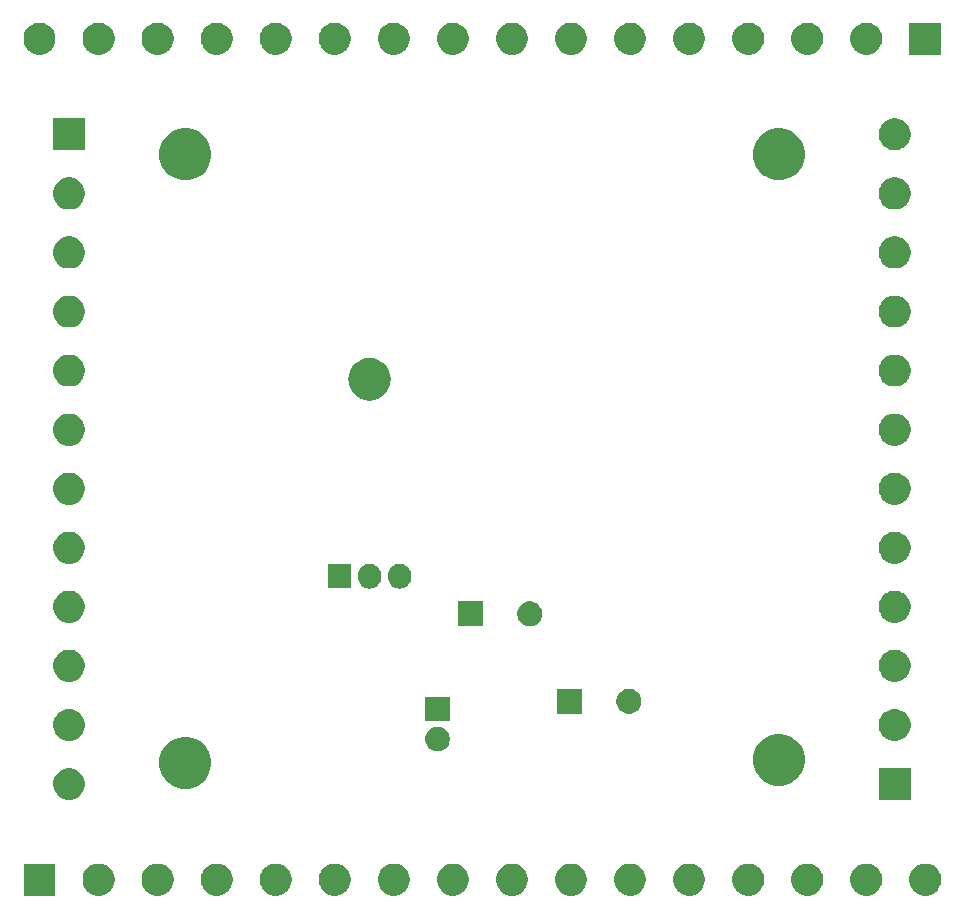
<source format=gbr>
G04 #@! TF.GenerationSoftware,KiCad,Pcbnew,5.1.4*
G04 #@! TF.CreationDate,2020-01-07T14:28:49-05:00*
G04 #@! TF.ProjectId,model-train-cdu,6d6f6465-6c2d-4747-9261-696e2d636475,rev?*
G04 #@! TF.SameCoordinates,Original*
G04 #@! TF.FileFunction,Soldermask,Bot*
G04 #@! TF.FilePolarity,Negative*
%FSLAX46Y46*%
G04 Gerber Fmt 4.6, Leading zero omitted, Abs format (unit mm)*
G04 Created by KiCad (PCBNEW 5.1.4) date 2020-01-07 14:28:49*
%MOMM*%
%LPD*%
G04 APERTURE LIST*
%ADD10C,0.100000*%
G04 APERTURE END LIST*
D10*
G36*
X114294072Y-17600918D02*
G01*
X114539939Y-17702759D01*
X114761212Y-17850610D01*
X114949390Y-18038788D01*
X115097241Y-18260061D01*
X115199082Y-18505928D01*
X115251000Y-18766938D01*
X115251000Y-19033062D01*
X115199082Y-19294072D01*
X115097241Y-19539939D01*
X114949390Y-19761212D01*
X114761212Y-19949390D01*
X114539939Y-20097241D01*
X114539938Y-20097242D01*
X114539937Y-20097242D01*
X114294072Y-20199082D01*
X114033063Y-20251000D01*
X113766937Y-20251000D01*
X113505928Y-20199082D01*
X113260063Y-20097242D01*
X113260062Y-20097242D01*
X113260061Y-20097241D01*
X113038788Y-19949390D01*
X112850610Y-19761212D01*
X112702759Y-19539939D01*
X112600918Y-19294072D01*
X112549000Y-19033062D01*
X112549000Y-18766938D01*
X112600918Y-18505928D01*
X112702759Y-18260061D01*
X112850610Y-18038788D01*
X113038788Y-17850610D01*
X113260061Y-17702759D01*
X113505928Y-17600918D01*
X113766937Y-17549000D01*
X114033063Y-17549000D01*
X114294072Y-17600918D01*
X114294072Y-17600918D01*
G37*
G36*
X119294072Y-17600918D02*
G01*
X119539939Y-17702759D01*
X119761212Y-17850610D01*
X119949390Y-18038788D01*
X120097241Y-18260061D01*
X120199082Y-18505928D01*
X120251000Y-18766938D01*
X120251000Y-19033062D01*
X120199082Y-19294072D01*
X120097241Y-19539939D01*
X119949390Y-19761212D01*
X119761212Y-19949390D01*
X119539939Y-20097241D01*
X119539938Y-20097242D01*
X119539937Y-20097242D01*
X119294072Y-20199082D01*
X119033063Y-20251000D01*
X118766937Y-20251000D01*
X118505928Y-20199082D01*
X118260063Y-20097242D01*
X118260062Y-20097242D01*
X118260061Y-20097241D01*
X118038788Y-19949390D01*
X117850610Y-19761212D01*
X117702759Y-19539939D01*
X117600918Y-19294072D01*
X117549000Y-19033062D01*
X117549000Y-18766938D01*
X117600918Y-18505928D01*
X117702759Y-18260061D01*
X117850610Y-18038788D01*
X118038788Y-17850610D01*
X118260061Y-17702759D01*
X118505928Y-17600918D01*
X118766937Y-17549000D01*
X119033063Y-17549000D01*
X119294072Y-17600918D01*
X119294072Y-17600918D01*
G37*
G36*
X54294072Y-17600918D02*
G01*
X54539939Y-17702759D01*
X54761212Y-17850610D01*
X54949390Y-18038788D01*
X55097241Y-18260061D01*
X55199082Y-18505928D01*
X55251000Y-18766938D01*
X55251000Y-19033062D01*
X55199082Y-19294072D01*
X55097241Y-19539939D01*
X54949390Y-19761212D01*
X54761212Y-19949390D01*
X54539939Y-20097241D01*
X54539938Y-20097242D01*
X54539937Y-20097242D01*
X54294072Y-20199082D01*
X54033063Y-20251000D01*
X53766937Y-20251000D01*
X53505928Y-20199082D01*
X53260063Y-20097242D01*
X53260062Y-20097242D01*
X53260061Y-20097241D01*
X53038788Y-19949390D01*
X52850610Y-19761212D01*
X52702759Y-19539939D01*
X52600918Y-19294072D01*
X52549000Y-19033062D01*
X52549000Y-18766938D01*
X52600918Y-18505928D01*
X52702759Y-18260061D01*
X52850610Y-18038788D01*
X53038788Y-17850610D01*
X53260061Y-17702759D01*
X53505928Y-17600918D01*
X53766937Y-17549000D01*
X54033063Y-17549000D01*
X54294072Y-17600918D01*
X54294072Y-17600918D01*
G37*
G36*
X49294072Y-17600918D02*
G01*
X49539939Y-17702759D01*
X49761212Y-17850610D01*
X49949390Y-18038788D01*
X50097241Y-18260061D01*
X50199082Y-18505928D01*
X50251000Y-18766938D01*
X50251000Y-19033062D01*
X50199082Y-19294072D01*
X50097241Y-19539939D01*
X49949390Y-19761212D01*
X49761212Y-19949390D01*
X49539939Y-20097241D01*
X49539938Y-20097242D01*
X49539937Y-20097242D01*
X49294072Y-20199082D01*
X49033063Y-20251000D01*
X48766937Y-20251000D01*
X48505928Y-20199082D01*
X48260063Y-20097242D01*
X48260062Y-20097242D01*
X48260061Y-20097241D01*
X48038788Y-19949390D01*
X47850610Y-19761212D01*
X47702759Y-19539939D01*
X47600918Y-19294072D01*
X47549000Y-19033062D01*
X47549000Y-18766938D01*
X47600918Y-18505928D01*
X47702759Y-18260061D01*
X47850610Y-18038788D01*
X48038788Y-17850610D01*
X48260061Y-17702759D01*
X48505928Y-17600918D01*
X48766937Y-17549000D01*
X49033063Y-17549000D01*
X49294072Y-17600918D01*
X49294072Y-17600918D01*
G37*
G36*
X45251000Y-20251000D02*
G01*
X42549000Y-20251000D01*
X42549000Y-17549000D01*
X45251000Y-17549000D01*
X45251000Y-20251000D01*
X45251000Y-20251000D01*
G37*
G36*
X59294072Y-17600918D02*
G01*
X59539939Y-17702759D01*
X59761212Y-17850610D01*
X59949390Y-18038788D01*
X60097241Y-18260061D01*
X60199082Y-18505928D01*
X60251000Y-18766938D01*
X60251000Y-19033062D01*
X60199082Y-19294072D01*
X60097241Y-19539939D01*
X59949390Y-19761212D01*
X59761212Y-19949390D01*
X59539939Y-20097241D01*
X59539938Y-20097242D01*
X59539937Y-20097242D01*
X59294072Y-20199082D01*
X59033063Y-20251000D01*
X58766937Y-20251000D01*
X58505928Y-20199082D01*
X58260063Y-20097242D01*
X58260062Y-20097242D01*
X58260061Y-20097241D01*
X58038788Y-19949390D01*
X57850610Y-19761212D01*
X57702759Y-19539939D01*
X57600918Y-19294072D01*
X57549000Y-19033062D01*
X57549000Y-18766938D01*
X57600918Y-18505928D01*
X57702759Y-18260061D01*
X57850610Y-18038788D01*
X58038788Y-17850610D01*
X58260061Y-17702759D01*
X58505928Y-17600918D01*
X58766937Y-17549000D01*
X59033063Y-17549000D01*
X59294072Y-17600918D01*
X59294072Y-17600918D01*
G37*
G36*
X64294072Y-17600918D02*
G01*
X64539939Y-17702759D01*
X64761212Y-17850610D01*
X64949390Y-18038788D01*
X65097241Y-18260061D01*
X65199082Y-18505928D01*
X65251000Y-18766938D01*
X65251000Y-19033062D01*
X65199082Y-19294072D01*
X65097241Y-19539939D01*
X64949390Y-19761212D01*
X64761212Y-19949390D01*
X64539939Y-20097241D01*
X64539938Y-20097242D01*
X64539937Y-20097242D01*
X64294072Y-20199082D01*
X64033063Y-20251000D01*
X63766937Y-20251000D01*
X63505928Y-20199082D01*
X63260063Y-20097242D01*
X63260062Y-20097242D01*
X63260061Y-20097241D01*
X63038788Y-19949390D01*
X62850610Y-19761212D01*
X62702759Y-19539939D01*
X62600918Y-19294072D01*
X62549000Y-19033062D01*
X62549000Y-18766938D01*
X62600918Y-18505928D01*
X62702759Y-18260061D01*
X62850610Y-18038788D01*
X63038788Y-17850610D01*
X63260061Y-17702759D01*
X63505928Y-17600918D01*
X63766937Y-17549000D01*
X64033063Y-17549000D01*
X64294072Y-17600918D01*
X64294072Y-17600918D01*
G37*
G36*
X69294072Y-17600918D02*
G01*
X69539939Y-17702759D01*
X69761212Y-17850610D01*
X69949390Y-18038788D01*
X70097241Y-18260061D01*
X70199082Y-18505928D01*
X70251000Y-18766938D01*
X70251000Y-19033062D01*
X70199082Y-19294072D01*
X70097241Y-19539939D01*
X69949390Y-19761212D01*
X69761212Y-19949390D01*
X69539939Y-20097241D01*
X69539938Y-20097242D01*
X69539937Y-20097242D01*
X69294072Y-20199082D01*
X69033063Y-20251000D01*
X68766937Y-20251000D01*
X68505928Y-20199082D01*
X68260063Y-20097242D01*
X68260062Y-20097242D01*
X68260061Y-20097241D01*
X68038788Y-19949390D01*
X67850610Y-19761212D01*
X67702759Y-19539939D01*
X67600918Y-19294072D01*
X67549000Y-19033062D01*
X67549000Y-18766938D01*
X67600918Y-18505928D01*
X67702759Y-18260061D01*
X67850610Y-18038788D01*
X68038788Y-17850610D01*
X68260061Y-17702759D01*
X68505928Y-17600918D01*
X68766937Y-17549000D01*
X69033063Y-17549000D01*
X69294072Y-17600918D01*
X69294072Y-17600918D01*
G37*
G36*
X74294072Y-17600918D02*
G01*
X74539939Y-17702759D01*
X74761212Y-17850610D01*
X74949390Y-18038788D01*
X75097241Y-18260061D01*
X75199082Y-18505928D01*
X75251000Y-18766938D01*
X75251000Y-19033062D01*
X75199082Y-19294072D01*
X75097241Y-19539939D01*
X74949390Y-19761212D01*
X74761212Y-19949390D01*
X74539939Y-20097241D01*
X74539938Y-20097242D01*
X74539937Y-20097242D01*
X74294072Y-20199082D01*
X74033063Y-20251000D01*
X73766937Y-20251000D01*
X73505928Y-20199082D01*
X73260063Y-20097242D01*
X73260062Y-20097242D01*
X73260061Y-20097241D01*
X73038788Y-19949390D01*
X72850610Y-19761212D01*
X72702759Y-19539939D01*
X72600918Y-19294072D01*
X72549000Y-19033062D01*
X72549000Y-18766938D01*
X72600918Y-18505928D01*
X72702759Y-18260061D01*
X72850610Y-18038788D01*
X73038788Y-17850610D01*
X73260061Y-17702759D01*
X73505928Y-17600918D01*
X73766937Y-17549000D01*
X74033063Y-17549000D01*
X74294072Y-17600918D01*
X74294072Y-17600918D01*
G37*
G36*
X84294072Y-17600918D02*
G01*
X84539939Y-17702759D01*
X84761212Y-17850610D01*
X84949390Y-18038788D01*
X85097241Y-18260061D01*
X85199082Y-18505928D01*
X85251000Y-18766938D01*
X85251000Y-19033062D01*
X85199082Y-19294072D01*
X85097241Y-19539939D01*
X84949390Y-19761212D01*
X84761212Y-19949390D01*
X84539939Y-20097241D01*
X84539938Y-20097242D01*
X84539937Y-20097242D01*
X84294072Y-20199082D01*
X84033063Y-20251000D01*
X83766937Y-20251000D01*
X83505928Y-20199082D01*
X83260063Y-20097242D01*
X83260062Y-20097242D01*
X83260061Y-20097241D01*
X83038788Y-19949390D01*
X82850610Y-19761212D01*
X82702759Y-19539939D01*
X82600918Y-19294072D01*
X82549000Y-19033062D01*
X82549000Y-18766938D01*
X82600918Y-18505928D01*
X82702759Y-18260061D01*
X82850610Y-18038788D01*
X83038788Y-17850610D01*
X83260061Y-17702759D01*
X83505928Y-17600918D01*
X83766937Y-17549000D01*
X84033063Y-17549000D01*
X84294072Y-17600918D01*
X84294072Y-17600918D01*
G37*
G36*
X89294072Y-17600918D02*
G01*
X89539939Y-17702759D01*
X89761212Y-17850610D01*
X89949390Y-18038788D01*
X90097241Y-18260061D01*
X90199082Y-18505928D01*
X90251000Y-18766938D01*
X90251000Y-19033062D01*
X90199082Y-19294072D01*
X90097241Y-19539939D01*
X89949390Y-19761212D01*
X89761212Y-19949390D01*
X89539939Y-20097241D01*
X89539938Y-20097242D01*
X89539937Y-20097242D01*
X89294072Y-20199082D01*
X89033063Y-20251000D01*
X88766937Y-20251000D01*
X88505928Y-20199082D01*
X88260063Y-20097242D01*
X88260062Y-20097242D01*
X88260061Y-20097241D01*
X88038788Y-19949390D01*
X87850610Y-19761212D01*
X87702759Y-19539939D01*
X87600918Y-19294072D01*
X87549000Y-19033062D01*
X87549000Y-18766938D01*
X87600918Y-18505928D01*
X87702759Y-18260061D01*
X87850610Y-18038788D01*
X88038788Y-17850610D01*
X88260061Y-17702759D01*
X88505928Y-17600918D01*
X88766937Y-17549000D01*
X89033063Y-17549000D01*
X89294072Y-17600918D01*
X89294072Y-17600918D01*
G37*
G36*
X94294072Y-17600918D02*
G01*
X94539939Y-17702759D01*
X94761212Y-17850610D01*
X94949390Y-18038788D01*
X95097241Y-18260061D01*
X95199082Y-18505928D01*
X95251000Y-18766938D01*
X95251000Y-19033062D01*
X95199082Y-19294072D01*
X95097241Y-19539939D01*
X94949390Y-19761212D01*
X94761212Y-19949390D01*
X94539939Y-20097241D01*
X94539938Y-20097242D01*
X94539937Y-20097242D01*
X94294072Y-20199082D01*
X94033063Y-20251000D01*
X93766937Y-20251000D01*
X93505928Y-20199082D01*
X93260063Y-20097242D01*
X93260062Y-20097242D01*
X93260061Y-20097241D01*
X93038788Y-19949390D01*
X92850610Y-19761212D01*
X92702759Y-19539939D01*
X92600918Y-19294072D01*
X92549000Y-19033062D01*
X92549000Y-18766938D01*
X92600918Y-18505928D01*
X92702759Y-18260061D01*
X92850610Y-18038788D01*
X93038788Y-17850610D01*
X93260061Y-17702759D01*
X93505928Y-17600918D01*
X93766937Y-17549000D01*
X94033063Y-17549000D01*
X94294072Y-17600918D01*
X94294072Y-17600918D01*
G37*
G36*
X99294072Y-17600918D02*
G01*
X99539939Y-17702759D01*
X99761212Y-17850610D01*
X99949390Y-18038788D01*
X100097241Y-18260061D01*
X100199082Y-18505928D01*
X100251000Y-18766938D01*
X100251000Y-19033062D01*
X100199082Y-19294072D01*
X100097241Y-19539939D01*
X99949390Y-19761212D01*
X99761212Y-19949390D01*
X99539939Y-20097241D01*
X99539938Y-20097242D01*
X99539937Y-20097242D01*
X99294072Y-20199082D01*
X99033063Y-20251000D01*
X98766937Y-20251000D01*
X98505928Y-20199082D01*
X98260063Y-20097242D01*
X98260062Y-20097242D01*
X98260061Y-20097241D01*
X98038788Y-19949390D01*
X97850610Y-19761212D01*
X97702759Y-19539939D01*
X97600918Y-19294072D01*
X97549000Y-19033062D01*
X97549000Y-18766938D01*
X97600918Y-18505928D01*
X97702759Y-18260061D01*
X97850610Y-18038788D01*
X98038788Y-17850610D01*
X98260061Y-17702759D01*
X98505928Y-17600918D01*
X98766937Y-17549000D01*
X99033063Y-17549000D01*
X99294072Y-17600918D01*
X99294072Y-17600918D01*
G37*
G36*
X104294072Y-17600918D02*
G01*
X104539939Y-17702759D01*
X104761212Y-17850610D01*
X104949390Y-18038788D01*
X105097241Y-18260061D01*
X105199082Y-18505928D01*
X105251000Y-18766938D01*
X105251000Y-19033062D01*
X105199082Y-19294072D01*
X105097241Y-19539939D01*
X104949390Y-19761212D01*
X104761212Y-19949390D01*
X104539939Y-20097241D01*
X104539938Y-20097242D01*
X104539937Y-20097242D01*
X104294072Y-20199082D01*
X104033063Y-20251000D01*
X103766937Y-20251000D01*
X103505928Y-20199082D01*
X103260063Y-20097242D01*
X103260062Y-20097242D01*
X103260061Y-20097241D01*
X103038788Y-19949390D01*
X102850610Y-19761212D01*
X102702759Y-19539939D01*
X102600918Y-19294072D01*
X102549000Y-19033062D01*
X102549000Y-18766938D01*
X102600918Y-18505928D01*
X102702759Y-18260061D01*
X102850610Y-18038788D01*
X103038788Y-17850610D01*
X103260061Y-17702759D01*
X103505928Y-17600918D01*
X103766937Y-17549000D01*
X104033063Y-17549000D01*
X104294072Y-17600918D01*
X104294072Y-17600918D01*
G37*
G36*
X109294072Y-17600918D02*
G01*
X109539939Y-17702759D01*
X109761212Y-17850610D01*
X109949390Y-18038788D01*
X110097241Y-18260061D01*
X110199082Y-18505928D01*
X110251000Y-18766938D01*
X110251000Y-19033062D01*
X110199082Y-19294072D01*
X110097241Y-19539939D01*
X109949390Y-19761212D01*
X109761212Y-19949390D01*
X109539939Y-20097241D01*
X109539938Y-20097242D01*
X109539937Y-20097242D01*
X109294072Y-20199082D01*
X109033063Y-20251000D01*
X108766937Y-20251000D01*
X108505928Y-20199082D01*
X108260063Y-20097242D01*
X108260062Y-20097242D01*
X108260061Y-20097241D01*
X108038788Y-19949390D01*
X107850610Y-19761212D01*
X107702759Y-19539939D01*
X107600918Y-19294072D01*
X107549000Y-19033062D01*
X107549000Y-18766938D01*
X107600918Y-18505928D01*
X107702759Y-18260061D01*
X107850610Y-18038788D01*
X108038788Y-17850610D01*
X108260061Y-17702759D01*
X108505928Y-17600918D01*
X108766937Y-17549000D01*
X109033063Y-17549000D01*
X109294072Y-17600918D01*
X109294072Y-17600918D01*
G37*
G36*
X79294072Y-17600918D02*
G01*
X79539939Y-17702759D01*
X79761212Y-17850610D01*
X79949390Y-18038788D01*
X80097241Y-18260061D01*
X80199082Y-18505928D01*
X80251000Y-18766938D01*
X80251000Y-19033062D01*
X80199082Y-19294072D01*
X80097241Y-19539939D01*
X79949390Y-19761212D01*
X79761212Y-19949390D01*
X79539939Y-20097241D01*
X79539938Y-20097242D01*
X79539937Y-20097242D01*
X79294072Y-20199082D01*
X79033063Y-20251000D01*
X78766937Y-20251000D01*
X78505928Y-20199082D01*
X78260063Y-20097242D01*
X78260062Y-20097242D01*
X78260061Y-20097241D01*
X78038788Y-19949390D01*
X77850610Y-19761212D01*
X77702759Y-19539939D01*
X77600918Y-19294072D01*
X77549000Y-19033062D01*
X77549000Y-18766938D01*
X77600918Y-18505928D01*
X77702759Y-18260061D01*
X77850610Y-18038788D01*
X78038788Y-17850610D01*
X78260061Y-17702759D01*
X78505928Y-17600918D01*
X78766937Y-17549000D01*
X79033063Y-17549000D01*
X79294072Y-17600918D01*
X79294072Y-17600918D01*
G37*
G36*
X117651000Y-12151000D02*
G01*
X114949000Y-12151000D01*
X114949000Y-9449000D01*
X117651000Y-9449000D01*
X117651000Y-12151000D01*
X117651000Y-12151000D01*
G37*
G36*
X46794072Y-9500918D02*
G01*
X47039939Y-9602759D01*
X47261212Y-9750610D01*
X47449390Y-9938788D01*
X47597241Y-10160061D01*
X47699082Y-10405928D01*
X47751000Y-10666938D01*
X47751000Y-10933062D01*
X47699082Y-11194072D01*
X47597241Y-11439939D01*
X47449390Y-11661212D01*
X47261212Y-11849390D01*
X47039939Y-11997241D01*
X47039938Y-11997242D01*
X47039937Y-11997242D01*
X46794072Y-12099082D01*
X46533063Y-12151000D01*
X46266937Y-12151000D01*
X46005928Y-12099082D01*
X45760063Y-11997242D01*
X45760062Y-11997242D01*
X45760061Y-11997241D01*
X45538788Y-11849390D01*
X45350610Y-11661212D01*
X45202759Y-11439939D01*
X45100918Y-11194072D01*
X45049000Y-10933062D01*
X45049000Y-10666938D01*
X45100918Y-10405928D01*
X45202759Y-10160061D01*
X45350610Y-9938788D01*
X45538788Y-9750610D01*
X45760061Y-9602759D01*
X46005928Y-9500918D01*
X46266937Y-9449000D01*
X46533063Y-9449000D01*
X46794072Y-9500918D01*
X46794072Y-9500918D01*
G37*
G36*
X56892007Y-6883582D02*
G01*
X57292563Y-7049498D01*
X57292565Y-7049499D01*
X57653056Y-7290371D01*
X57959629Y-7596944D01*
X58106241Y-7816365D01*
X58200502Y-7957437D01*
X58366418Y-8357993D01*
X58451000Y-8783219D01*
X58451000Y-9216781D01*
X58366418Y-9642007D01*
X58200502Y-10042563D01*
X58200501Y-10042565D01*
X57959629Y-10403056D01*
X57653056Y-10709629D01*
X57292565Y-10950501D01*
X57292564Y-10950502D01*
X57292563Y-10950502D01*
X56892007Y-11116418D01*
X56466781Y-11201000D01*
X56033219Y-11201000D01*
X55607993Y-11116418D01*
X55207437Y-10950502D01*
X55207436Y-10950502D01*
X55207435Y-10950501D01*
X54846944Y-10709629D01*
X54540371Y-10403056D01*
X54299499Y-10042565D01*
X54299498Y-10042563D01*
X54133582Y-9642007D01*
X54049000Y-9216781D01*
X54049000Y-8783219D01*
X54133582Y-8357993D01*
X54299498Y-7957437D01*
X54393759Y-7816365D01*
X54540371Y-7596944D01*
X54846944Y-7290371D01*
X55207435Y-7049499D01*
X55207437Y-7049498D01*
X55607993Y-6883582D01*
X56033219Y-6799000D01*
X56466781Y-6799000D01*
X56892007Y-6883582D01*
X56892007Y-6883582D01*
G37*
G36*
X107142007Y-6633582D02*
G01*
X107542563Y-6799498D01*
X107542565Y-6799499D01*
X107903056Y-7040371D01*
X108209629Y-7346944D01*
X108450501Y-7707435D01*
X108450502Y-7707437D01*
X108616418Y-8107993D01*
X108701000Y-8533219D01*
X108701000Y-8966781D01*
X108616418Y-9392007D01*
X108450502Y-9792563D01*
X108450501Y-9792565D01*
X108209629Y-10153056D01*
X107903056Y-10459629D01*
X107542565Y-10700501D01*
X107542564Y-10700502D01*
X107542563Y-10700502D01*
X107142007Y-10866418D01*
X106716781Y-10951000D01*
X106283219Y-10951000D01*
X105857993Y-10866418D01*
X105457437Y-10700502D01*
X105457436Y-10700502D01*
X105457435Y-10700501D01*
X105096944Y-10459629D01*
X104790371Y-10153056D01*
X104549499Y-9792565D01*
X104549498Y-9792563D01*
X104383582Y-9392007D01*
X104299000Y-8966781D01*
X104299000Y-8533219D01*
X104383582Y-8107993D01*
X104549498Y-7707437D01*
X104549499Y-7707435D01*
X104790371Y-7346944D01*
X105096944Y-7040371D01*
X105457435Y-6799499D01*
X105457437Y-6799498D01*
X105857993Y-6633582D01*
X106283219Y-6549000D01*
X106716781Y-6549000D01*
X107142007Y-6633582D01*
X107142007Y-6633582D01*
G37*
G36*
X77906564Y-5989389D02*
G01*
X78097833Y-6068615D01*
X78097835Y-6068616D01*
X78269973Y-6183635D01*
X78416365Y-6330027D01*
X78489805Y-6439937D01*
X78531385Y-6502167D01*
X78610611Y-6693436D01*
X78651000Y-6896484D01*
X78651000Y-7103516D01*
X78610611Y-7306564D01*
X78531385Y-7497833D01*
X78531384Y-7497835D01*
X78416365Y-7669973D01*
X78269973Y-7816365D01*
X78097835Y-7931384D01*
X78097834Y-7931385D01*
X78097833Y-7931385D01*
X77906564Y-8010611D01*
X77703516Y-8051000D01*
X77496484Y-8051000D01*
X77293436Y-8010611D01*
X77102167Y-7931385D01*
X77102166Y-7931385D01*
X77102165Y-7931384D01*
X76930027Y-7816365D01*
X76783635Y-7669973D01*
X76668616Y-7497835D01*
X76668615Y-7497833D01*
X76589389Y-7306564D01*
X76549000Y-7103516D01*
X76549000Y-6896484D01*
X76589389Y-6693436D01*
X76668615Y-6502167D01*
X76710196Y-6439937D01*
X76783635Y-6330027D01*
X76930027Y-6183635D01*
X77102165Y-6068616D01*
X77102167Y-6068615D01*
X77293436Y-5989389D01*
X77496484Y-5949000D01*
X77703516Y-5949000D01*
X77906564Y-5989389D01*
X77906564Y-5989389D01*
G37*
G36*
X116538501Y-4469973D02*
G01*
X116694072Y-4500918D01*
X116939939Y-4602759D01*
X117051328Y-4677187D01*
X117132439Y-4731384D01*
X117161212Y-4750610D01*
X117349390Y-4938788D01*
X117497241Y-5160061D01*
X117599082Y-5405928D01*
X117651000Y-5666938D01*
X117651000Y-5933062D01*
X117599082Y-6194072D01*
X117497241Y-6439939D01*
X117455661Y-6502167D01*
X117349391Y-6661211D01*
X117161211Y-6849391D01*
X117051328Y-6922813D01*
X116939939Y-6997241D01*
X116939938Y-6997242D01*
X116939937Y-6997242D01*
X116694072Y-7099082D01*
X116433063Y-7151000D01*
X116166937Y-7151000D01*
X115905928Y-7099082D01*
X115660063Y-6997242D01*
X115660062Y-6997242D01*
X115660061Y-6997241D01*
X115548672Y-6922813D01*
X115438789Y-6849391D01*
X115250609Y-6661211D01*
X115144339Y-6502167D01*
X115102759Y-6439939D01*
X115000918Y-6194072D01*
X114949000Y-5933062D01*
X114949000Y-5666938D01*
X115000918Y-5405928D01*
X115102759Y-5160061D01*
X115250610Y-4938788D01*
X115438788Y-4750610D01*
X115467562Y-4731384D01*
X115548672Y-4677187D01*
X115660061Y-4602759D01*
X115905928Y-4500918D01*
X116061499Y-4469973D01*
X116166937Y-4449000D01*
X116433063Y-4449000D01*
X116538501Y-4469973D01*
X116538501Y-4469973D01*
G37*
G36*
X46638501Y-4469973D02*
G01*
X46794072Y-4500918D01*
X47039939Y-4602759D01*
X47151328Y-4677187D01*
X47232439Y-4731384D01*
X47261212Y-4750610D01*
X47449390Y-4938788D01*
X47597241Y-5160061D01*
X47699082Y-5405928D01*
X47751000Y-5666938D01*
X47751000Y-5933062D01*
X47699082Y-6194072D01*
X47597241Y-6439939D01*
X47555661Y-6502167D01*
X47449391Y-6661211D01*
X47261211Y-6849391D01*
X47151328Y-6922813D01*
X47039939Y-6997241D01*
X47039938Y-6997242D01*
X47039937Y-6997242D01*
X46794072Y-7099082D01*
X46533063Y-7151000D01*
X46266937Y-7151000D01*
X46005928Y-7099082D01*
X45760063Y-6997242D01*
X45760062Y-6997242D01*
X45760061Y-6997241D01*
X45648672Y-6922813D01*
X45538789Y-6849391D01*
X45350609Y-6661211D01*
X45244339Y-6502167D01*
X45202759Y-6439939D01*
X45100918Y-6194072D01*
X45049000Y-5933062D01*
X45049000Y-5666938D01*
X45100918Y-5405928D01*
X45202759Y-5160061D01*
X45350610Y-4938788D01*
X45538788Y-4750610D01*
X45567562Y-4731384D01*
X45648672Y-4677187D01*
X45760061Y-4602759D01*
X46005928Y-4500918D01*
X46161499Y-4469973D01*
X46266937Y-4449000D01*
X46533063Y-4449000D01*
X46638501Y-4469973D01*
X46638501Y-4469973D01*
G37*
G36*
X78651000Y-5511000D02*
G01*
X76549000Y-5511000D01*
X76549000Y-3409000D01*
X78651000Y-3409000D01*
X78651000Y-5511000D01*
X78651000Y-5511000D01*
G37*
G36*
X94106564Y-2789389D02*
G01*
X94297833Y-2868615D01*
X94297835Y-2868616D01*
X94469973Y-2983635D01*
X94616365Y-3130027D01*
X94731385Y-3302167D01*
X94810611Y-3493436D01*
X94851000Y-3696484D01*
X94851000Y-3903516D01*
X94810611Y-4106564D01*
X94731385Y-4297833D01*
X94731384Y-4297835D01*
X94616365Y-4469973D01*
X94469973Y-4616365D01*
X94297835Y-4731384D01*
X94297834Y-4731385D01*
X94297833Y-4731385D01*
X94106564Y-4810611D01*
X93903516Y-4851000D01*
X93696484Y-4851000D01*
X93493436Y-4810611D01*
X93302167Y-4731385D01*
X93302166Y-4731385D01*
X93302165Y-4731384D01*
X93130027Y-4616365D01*
X92983635Y-4469973D01*
X92868616Y-4297835D01*
X92868615Y-4297833D01*
X92789389Y-4106564D01*
X92749000Y-3903516D01*
X92749000Y-3696484D01*
X92789389Y-3493436D01*
X92868615Y-3302167D01*
X92983635Y-3130027D01*
X93130027Y-2983635D01*
X93302165Y-2868616D01*
X93302167Y-2868615D01*
X93493436Y-2789389D01*
X93696484Y-2749000D01*
X93903516Y-2749000D01*
X94106564Y-2789389D01*
X94106564Y-2789389D01*
G37*
G36*
X89851000Y-4851000D02*
G01*
X87749000Y-4851000D01*
X87749000Y-2749000D01*
X89851000Y-2749000D01*
X89851000Y-4851000D01*
X89851000Y-4851000D01*
G37*
G36*
X116694072Y499082D02*
G01*
X116939939Y397241D01*
X117161212Y249390D01*
X117349390Y61212D01*
X117497241Y-160061D01*
X117599082Y-405928D01*
X117651000Y-666938D01*
X117651000Y-933062D01*
X117599082Y-1194072D01*
X117497241Y-1439939D01*
X117349390Y-1661212D01*
X117161212Y-1849390D01*
X116939939Y-1997241D01*
X116939938Y-1997242D01*
X116939937Y-1997242D01*
X116694072Y-2099082D01*
X116433063Y-2151000D01*
X116166937Y-2151000D01*
X115905928Y-2099082D01*
X115660063Y-1997242D01*
X115660062Y-1997242D01*
X115660061Y-1997241D01*
X115438788Y-1849390D01*
X115250610Y-1661212D01*
X115102759Y-1439939D01*
X115000918Y-1194072D01*
X114949000Y-933062D01*
X114949000Y-666938D01*
X115000918Y-405928D01*
X115102759Y-160061D01*
X115250610Y61212D01*
X115438788Y249390D01*
X115660061Y397241D01*
X115905928Y499082D01*
X116166937Y551000D01*
X116433063Y551000D01*
X116694072Y499082D01*
X116694072Y499082D01*
G37*
G36*
X46794072Y499082D02*
G01*
X47039939Y397241D01*
X47261212Y249390D01*
X47449390Y61212D01*
X47597241Y-160061D01*
X47699082Y-405928D01*
X47751000Y-666938D01*
X47751000Y-933062D01*
X47699082Y-1194072D01*
X47597241Y-1439939D01*
X47449390Y-1661212D01*
X47261212Y-1849390D01*
X47039939Y-1997241D01*
X47039938Y-1997242D01*
X47039937Y-1997242D01*
X46794072Y-2099082D01*
X46533063Y-2151000D01*
X46266937Y-2151000D01*
X46005928Y-2099082D01*
X45760063Y-1997242D01*
X45760062Y-1997242D01*
X45760061Y-1997241D01*
X45538788Y-1849390D01*
X45350610Y-1661212D01*
X45202759Y-1439939D01*
X45100918Y-1194072D01*
X45049000Y-933062D01*
X45049000Y-666938D01*
X45100918Y-405928D01*
X45202759Y-160061D01*
X45350610Y61212D01*
X45538788Y249390D01*
X45760061Y397241D01*
X46005928Y499082D01*
X46266937Y551000D01*
X46533063Y551000D01*
X46794072Y499082D01*
X46794072Y499082D01*
G37*
G36*
X85706564Y4610611D02*
G01*
X85897833Y4531385D01*
X85897835Y4531384D01*
X86069973Y4416365D01*
X86216365Y4269973D01*
X86331385Y4097833D01*
X86410611Y3906564D01*
X86451000Y3703516D01*
X86451000Y3496484D01*
X86410611Y3293436D01*
X86351450Y3150609D01*
X86331384Y3102165D01*
X86216365Y2930027D01*
X86069973Y2783635D01*
X85897835Y2668616D01*
X85897834Y2668615D01*
X85897833Y2668615D01*
X85706564Y2589389D01*
X85503516Y2549000D01*
X85296484Y2549000D01*
X85093436Y2589389D01*
X84902167Y2668615D01*
X84902166Y2668615D01*
X84902165Y2668616D01*
X84730027Y2783635D01*
X84583635Y2930027D01*
X84468616Y3102165D01*
X84448550Y3150609D01*
X84389389Y3293436D01*
X84349000Y3496484D01*
X84349000Y3703516D01*
X84389389Y3906564D01*
X84468615Y4097833D01*
X84583635Y4269973D01*
X84730027Y4416365D01*
X84902165Y4531384D01*
X84902167Y4531385D01*
X85093436Y4610611D01*
X85296484Y4651000D01*
X85503516Y4651000D01*
X85706564Y4610611D01*
X85706564Y4610611D01*
G37*
G36*
X81451000Y2549000D02*
G01*
X79349000Y2549000D01*
X79349000Y4651000D01*
X81451000Y4651000D01*
X81451000Y2549000D01*
X81451000Y2549000D01*
G37*
G36*
X116694072Y5499082D02*
G01*
X116939939Y5397241D01*
X117051328Y5322813D01*
X117161211Y5249391D01*
X117349391Y5061211D01*
X117497242Y4839937D01*
X117599082Y4594072D01*
X117651000Y4333063D01*
X117651000Y4066937D01*
X117599082Y3805928D01*
X117497242Y3560063D01*
X117349391Y3338789D01*
X117161211Y3150609D01*
X117051328Y3077187D01*
X116939939Y3002759D01*
X116939938Y3002758D01*
X116939937Y3002758D01*
X116694072Y2900918D01*
X116433063Y2849000D01*
X116166937Y2849000D01*
X115905928Y2900918D01*
X115660063Y3002758D01*
X115660062Y3002758D01*
X115660061Y3002759D01*
X115548672Y3077187D01*
X115438789Y3150609D01*
X115250609Y3338789D01*
X115102758Y3560063D01*
X115000918Y3805928D01*
X114949000Y4066937D01*
X114949000Y4333063D01*
X115000918Y4594072D01*
X115102758Y4839937D01*
X115250609Y5061211D01*
X115438789Y5249391D01*
X115548672Y5322813D01*
X115660061Y5397241D01*
X115905928Y5499082D01*
X116166937Y5551000D01*
X116433063Y5551000D01*
X116694072Y5499082D01*
X116694072Y5499082D01*
G37*
G36*
X46794072Y5499082D02*
G01*
X47039939Y5397241D01*
X47151328Y5322813D01*
X47261211Y5249391D01*
X47449391Y5061211D01*
X47597242Y4839937D01*
X47699082Y4594072D01*
X47751000Y4333063D01*
X47751000Y4066937D01*
X47699082Y3805928D01*
X47597242Y3560063D01*
X47449391Y3338789D01*
X47261211Y3150609D01*
X47151328Y3077187D01*
X47039939Y3002759D01*
X47039938Y3002758D01*
X47039937Y3002758D01*
X46794072Y2900918D01*
X46533063Y2849000D01*
X46266937Y2849000D01*
X46005928Y2900918D01*
X45760063Y3002758D01*
X45760062Y3002758D01*
X45760061Y3002759D01*
X45648672Y3077187D01*
X45538789Y3150609D01*
X45350609Y3338789D01*
X45202758Y3560063D01*
X45100918Y3805928D01*
X45049000Y4066937D01*
X45049000Y4333063D01*
X45100918Y4594072D01*
X45202758Y4839937D01*
X45350609Y5061211D01*
X45538789Y5249391D01*
X45648672Y5322813D01*
X45760061Y5397241D01*
X46005928Y5499082D01*
X46266937Y5551000D01*
X46533063Y5551000D01*
X46794072Y5499082D01*
X46794072Y5499082D01*
G37*
G36*
X72036719Y7836480D02*
G01*
X72225880Y7779099D01*
X72225883Y7779098D01*
X72318333Y7729682D01*
X72400212Y7685917D01*
X72553015Y7560515D01*
X72678417Y7407712D01*
X72771599Y7233381D01*
X72828980Y7044220D01*
X72843500Y6896794D01*
X72843500Y6703207D01*
X72828980Y6555781D01*
X72771599Y6366620D01*
X72771598Y6366617D01*
X72722182Y6274167D01*
X72678417Y6192288D01*
X72553015Y6039485D01*
X72400212Y5914083D01*
X72225881Y5820901D01*
X72036720Y5763520D01*
X71840000Y5744145D01*
X71643281Y5763520D01*
X71454120Y5820901D01*
X71279788Y5914083D01*
X71126985Y6039485D01*
X71001583Y6192288D01*
X70908401Y6366619D01*
X70851020Y6555780D01*
X70836500Y6703206D01*
X70836500Y6896793D01*
X70851020Y7044219D01*
X70908401Y7233380D01*
X70908402Y7233383D01*
X70957818Y7325833D01*
X71001583Y7407712D01*
X71126985Y7560515D01*
X71279788Y7685917D01*
X71454119Y7779099D01*
X71643280Y7836480D01*
X71840000Y7855855D01*
X72036719Y7836480D01*
X72036719Y7836480D01*
G37*
G36*
X74576719Y7836480D02*
G01*
X74765880Y7779099D01*
X74765883Y7779098D01*
X74858333Y7729682D01*
X74940212Y7685917D01*
X75093015Y7560515D01*
X75218417Y7407712D01*
X75311599Y7233381D01*
X75368980Y7044220D01*
X75383500Y6896794D01*
X75383500Y6703207D01*
X75368980Y6555781D01*
X75311599Y6366620D01*
X75311598Y6366617D01*
X75262182Y6274167D01*
X75218417Y6192288D01*
X75093015Y6039485D01*
X74940212Y5914083D01*
X74765881Y5820901D01*
X74576720Y5763520D01*
X74380000Y5744145D01*
X74183281Y5763520D01*
X73994120Y5820901D01*
X73819788Y5914083D01*
X73666985Y6039485D01*
X73541583Y6192288D01*
X73448401Y6366619D01*
X73391020Y6555780D01*
X73376500Y6703206D01*
X73376500Y6896793D01*
X73391020Y7044219D01*
X73448401Y7233380D01*
X73448402Y7233383D01*
X73497818Y7325833D01*
X73541583Y7407712D01*
X73666985Y7560515D01*
X73819788Y7685917D01*
X73994119Y7779099D01*
X74183280Y7836480D01*
X74380000Y7855855D01*
X74576719Y7836480D01*
X74576719Y7836480D01*
G37*
G36*
X70303500Y5749000D02*
G01*
X68296500Y5749000D01*
X68296500Y7851000D01*
X70303500Y7851000D01*
X70303500Y5749000D01*
X70303500Y5749000D01*
G37*
G36*
X46794072Y10499082D02*
G01*
X47039939Y10397241D01*
X47261212Y10249390D01*
X47449390Y10061212D01*
X47597241Y9839939D01*
X47699082Y9594072D01*
X47751000Y9333062D01*
X47751000Y9066938D01*
X47699082Y8805928D01*
X47597241Y8560061D01*
X47449390Y8338788D01*
X47261212Y8150610D01*
X47039939Y8002759D01*
X47039938Y8002758D01*
X47039937Y8002758D01*
X46794072Y7900918D01*
X46533063Y7849000D01*
X46266937Y7849000D01*
X46005928Y7900918D01*
X45760063Y8002758D01*
X45760062Y8002758D01*
X45760061Y8002759D01*
X45538788Y8150610D01*
X45350610Y8338788D01*
X45202759Y8560061D01*
X45100918Y8805928D01*
X45049000Y9066938D01*
X45049000Y9333062D01*
X45100918Y9594072D01*
X45202759Y9839939D01*
X45350610Y10061212D01*
X45538788Y10249390D01*
X45760061Y10397241D01*
X46005928Y10499082D01*
X46266937Y10551000D01*
X46533063Y10551000D01*
X46794072Y10499082D01*
X46794072Y10499082D01*
G37*
G36*
X116694072Y10499082D02*
G01*
X116939939Y10397241D01*
X117161212Y10249390D01*
X117349390Y10061212D01*
X117497241Y9839939D01*
X117599082Y9594072D01*
X117651000Y9333062D01*
X117651000Y9066938D01*
X117599082Y8805928D01*
X117497241Y8560061D01*
X117349390Y8338788D01*
X117161212Y8150610D01*
X116939939Y8002759D01*
X116939938Y8002758D01*
X116939937Y8002758D01*
X116694072Y7900918D01*
X116433063Y7849000D01*
X116166937Y7849000D01*
X115905928Y7900918D01*
X115660063Y8002758D01*
X115660062Y8002758D01*
X115660061Y8002759D01*
X115438788Y8150610D01*
X115250610Y8338788D01*
X115102759Y8560061D01*
X115000918Y8805928D01*
X114949000Y9066938D01*
X114949000Y9333062D01*
X115000918Y9594072D01*
X115102759Y9839939D01*
X115250610Y10061212D01*
X115438788Y10249390D01*
X115660061Y10397241D01*
X115905928Y10499082D01*
X116166937Y10551000D01*
X116433063Y10551000D01*
X116694072Y10499082D01*
X116694072Y10499082D01*
G37*
G36*
X116694072Y15499082D02*
G01*
X116939939Y15397241D01*
X117161212Y15249390D01*
X117349390Y15061212D01*
X117497241Y14839939D01*
X117599082Y14594072D01*
X117651000Y14333062D01*
X117651000Y14066938D01*
X117599082Y13805928D01*
X117497241Y13560061D01*
X117349390Y13338788D01*
X117161212Y13150610D01*
X116939939Y13002759D01*
X116939938Y13002758D01*
X116939937Y13002758D01*
X116694072Y12900918D01*
X116433063Y12849000D01*
X116166937Y12849000D01*
X115905928Y12900918D01*
X115660063Y13002758D01*
X115660062Y13002758D01*
X115660061Y13002759D01*
X115438788Y13150610D01*
X115250610Y13338788D01*
X115102759Y13560061D01*
X115000918Y13805928D01*
X114949000Y14066938D01*
X114949000Y14333062D01*
X115000918Y14594072D01*
X115102759Y14839939D01*
X115250610Y15061212D01*
X115438788Y15249390D01*
X115660061Y15397241D01*
X115905928Y15499082D01*
X116166937Y15551000D01*
X116433063Y15551000D01*
X116694072Y15499082D01*
X116694072Y15499082D01*
G37*
G36*
X46794072Y15499082D02*
G01*
X47039939Y15397241D01*
X47261212Y15249390D01*
X47449390Y15061212D01*
X47597241Y14839939D01*
X47699082Y14594072D01*
X47751000Y14333062D01*
X47751000Y14066938D01*
X47699082Y13805928D01*
X47597241Y13560061D01*
X47449390Y13338788D01*
X47261212Y13150610D01*
X47039939Y13002759D01*
X47039938Y13002758D01*
X47039937Y13002758D01*
X46794072Y12900918D01*
X46533063Y12849000D01*
X46266937Y12849000D01*
X46005928Y12900918D01*
X45760063Y13002758D01*
X45760062Y13002758D01*
X45760061Y13002759D01*
X45538788Y13150610D01*
X45350610Y13338788D01*
X45202759Y13560061D01*
X45100918Y13805928D01*
X45049000Y14066938D01*
X45049000Y14333062D01*
X45100918Y14594072D01*
X45202759Y14839939D01*
X45350610Y15061212D01*
X45538788Y15249390D01*
X45760061Y15397241D01*
X46005928Y15499082D01*
X46266937Y15551000D01*
X46533063Y15551000D01*
X46794072Y15499082D01*
X46794072Y15499082D01*
G37*
G36*
X116694072Y20499082D02*
G01*
X116939939Y20397241D01*
X117161212Y20249390D01*
X117349390Y20061212D01*
X117497241Y19839939D01*
X117599082Y19594072D01*
X117651000Y19333062D01*
X117651000Y19066938D01*
X117599082Y18805928D01*
X117497241Y18560061D01*
X117349390Y18338788D01*
X117161212Y18150610D01*
X116939939Y18002759D01*
X116939938Y18002758D01*
X116939937Y18002758D01*
X116694072Y17900918D01*
X116433063Y17849000D01*
X116166937Y17849000D01*
X115905928Y17900918D01*
X115660063Y18002758D01*
X115660062Y18002758D01*
X115660061Y18002759D01*
X115438788Y18150610D01*
X115250610Y18338788D01*
X115102759Y18560061D01*
X115000918Y18805928D01*
X114949000Y19066938D01*
X114949000Y19333062D01*
X115000918Y19594072D01*
X115102759Y19839939D01*
X115250610Y20061212D01*
X115438788Y20249390D01*
X115660061Y20397241D01*
X115905928Y20499082D01*
X116166937Y20551000D01*
X116433063Y20551000D01*
X116694072Y20499082D01*
X116694072Y20499082D01*
G37*
G36*
X46794072Y20499082D02*
G01*
X47039939Y20397241D01*
X47261212Y20249390D01*
X47449390Y20061212D01*
X47597241Y19839939D01*
X47699082Y19594072D01*
X47751000Y19333062D01*
X47751000Y19066938D01*
X47699082Y18805928D01*
X47597241Y18560061D01*
X47449390Y18338788D01*
X47261212Y18150610D01*
X47039939Y18002759D01*
X47039938Y18002758D01*
X47039937Y18002758D01*
X46794072Y17900918D01*
X46533063Y17849000D01*
X46266937Y17849000D01*
X46005928Y17900918D01*
X45760063Y18002758D01*
X45760062Y18002758D01*
X45760061Y18002759D01*
X45538788Y18150610D01*
X45350610Y18338788D01*
X45202759Y18560061D01*
X45100918Y18805928D01*
X45049000Y19066938D01*
X45049000Y19333062D01*
X45100918Y19594072D01*
X45202759Y19839939D01*
X45350610Y20061212D01*
X45538788Y20249390D01*
X45760061Y20397241D01*
X46005928Y20499082D01*
X46266937Y20551000D01*
X46533063Y20551000D01*
X46794072Y20499082D01*
X46794072Y20499082D01*
G37*
G36*
X72016669Y25252314D02*
G01*
X72193058Y25234941D01*
X72532548Y25131958D01*
X72532550Y25131957D01*
X72845422Y24964723D01*
X73119661Y24739661D01*
X73344723Y24465422D01*
X73415471Y24333062D01*
X73511958Y24152548D01*
X73614941Y23813058D01*
X73649714Y23460000D01*
X73614941Y23106942D01*
X73583337Y23002759D01*
X73511957Y22767450D01*
X73344723Y22454578D01*
X73119661Y22180339D01*
X72845422Y21955277D01*
X72532550Y21788043D01*
X72532548Y21788042D01*
X72193058Y21685059D01*
X72016669Y21667686D01*
X71928476Y21659000D01*
X71751524Y21659000D01*
X71663331Y21667686D01*
X71486942Y21685059D01*
X71147452Y21788042D01*
X71147450Y21788043D01*
X70834578Y21955277D01*
X70560339Y22180339D01*
X70335277Y22454578D01*
X70168043Y22767450D01*
X70096663Y23002759D01*
X70065059Y23106942D01*
X70030286Y23460000D01*
X70065059Y23813058D01*
X70168042Y24152548D01*
X70264529Y24333062D01*
X70335277Y24465422D01*
X70560339Y24739661D01*
X70834578Y24964723D01*
X71147450Y25131957D01*
X71147452Y25131958D01*
X71486942Y25234941D01*
X71663331Y25252314D01*
X71751524Y25261000D01*
X71928476Y25261000D01*
X72016669Y25252314D01*
X72016669Y25252314D01*
G37*
G36*
X46794072Y25499082D02*
G01*
X47039939Y25397241D01*
X47261212Y25249390D01*
X47449390Y25061212D01*
X47597241Y24839939D01*
X47699082Y24594072D01*
X47751000Y24333062D01*
X47751000Y24066938D01*
X47699082Y23805928D01*
X47597241Y23560061D01*
X47449390Y23338788D01*
X47261212Y23150610D01*
X47039939Y23002759D01*
X47039938Y23002758D01*
X47039937Y23002758D01*
X46794072Y22900918D01*
X46533063Y22849000D01*
X46266937Y22849000D01*
X46005928Y22900918D01*
X45760063Y23002758D01*
X45760062Y23002758D01*
X45760061Y23002759D01*
X45538788Y23150610D01*
X45350610Y23338788D01*
X45202759Y23560061D01*
X45100918Y23805928D01*
X45049000Y24066938D01*
X45049000Y24333062D01*
X45100918Y24594072D01*
X45202759Y24839939D01*
X45350610Y25061212D01*
X45538788Y25249390D01*
X45760061Y25397241D01*
X46005928Y25499082D01*
X46266937Y25551000D01*
X46533063Y25551000D01*
X46794072Y25499082D01*
X46794072Y25499082D01*
G37*
G36*
X116694072Y25499082D02*
G01*
X116939939Y25397241D01*
X117161212Y25249390D01*
X117349390Y25061212D01*
X117497241Y24839939D01*
X117599082Y24594072D01*
X117651000Y24333062D01*
X117651000Y24066938D01*
X117599082Y23805928D01*
X117497241Y23560061D01*
X117349390Y23338788D01*
X117161212Y23150610D01*
X116939939Y23002759D01*
X116939938Y23002758D01*
X116939937Y23002758D01*
X116694072Y22900918D01*
X116433063Y22849000D01*
X116166937Y22849000D01*
X115905928Y22900918D01*
X115660063Y23002758D01*
X115660062Y23002758D01*
X115660061Y23002759D01*
X115438788Y23150610D01*
X115250610Y23338788D01*
X115102759Y23560061D01*
X115000918Y23805928D01*
X114949000Y24066938D01*
X114949000Y24333062D01*
X115000918Y24594072D01*
X115102759Y24839939D01*
X115250610Y25061212D01*
X115438788Y25249390D01*
X115660061Y25397241D01*
X115905928Y25499082D01*
X116166937Y25551000D01*
X116433063Y25551000D01*
X116694072Y25499082D01*
X116694072Y25499082D01*
G37*
G36*
X46794072Y30499082D02*
G01*
X47039939Y30397241D01*
X47261212Y30249390D01*
X47449390Y30061212D01*
X47597241Y29839939D01*
X47699082Y29594072D01*
X47751000Y29333062D01*
X47751000Y29066938D01*
X47699082Y28805928D01*
X47597241Y28560061D01*
X47449390Y28338788D01*
X47261212Y28150610D01*
X47039939Y28002759D01*
X47039938Y28002758D01*
X47039937Y28002758D01*
X46794072Y27900918D01*
X46533063Y27849000D01*
X46266937Y27849000D01*
X46005928Y27900918D01*
X45760063Y28002758D01*
X45760062Y28002758D01*
X45760061Y28002759D01*
X45538788Y28150610D01*
X45350610Y28338788D01*
X45202759Y28560061D01*
X45100918Y28805928D01*
X45049000Y29066938D01*
X45049000Y29333062D01*
X45100918Y29594072D01*
X45202759Y29839939D01*
X45350610Y30061212D01*
X45538788Y30249390D01*
X45760061Y30397241D01*
X46005928Y30499082D01*
X46266937Y30551000D01*
X46533063Y30551000D01*
X46794072Y30499082D01*
X46794072Y30499082D01*
G37*
G36*
X116694072Y30499082D02*
G01*
X116939939Y30397241D01*
X117161212Y30249390D01*
X117349390Y30061212D01*
X117497241Y29839939D01*
X117599082Y29594072D01*
X117651000Y29333062D01*
X117651000Y29066938D01*
X117599082Y28805928D01*
X117497241Y28560061D01*
X117349390Y28338788D01*
X117161212Y28150610D01*
X116939939Y28002759D01*
X116939938Y28002758D01*
X116939937Y28002758D01*
X116694072Y27900918D01*
X116433063Y27849000D01*
X116166937Y27849000D01*
X115905928Y27900918D01*
X115660063Y28002758D01*
X115660062Y28002758D01*
X115660061Y28002759D01*
X115438788Y28150610D01*
X115250610Y28338788D01*
X115102759Y28560061D01*
X115000918Y28805928D01*
X114949000Y29066938D01*
X114949000Y29333062D01*
X115000918Y29594072D01*
X115102759Y29839939D01*
X115250610Y30061212D01*
X115438788Y30249390D01*
X115660061Y30397241D01*
X115905928Y30499082D01*
X116166937Y30551000D01*
X116433063Y30551000D01*
X116694072Y30499082D01*
X116694072Y30499082D01*
G37*
G36*
X116694072Y35499082D02*
G01*
X116939939Y35397241D01*
X117161212Y35249390D01*
X117349390Y35061212D01*
X117497241Y34839939D01*
X117599082Y34594072D01*
X117651000Y34333062D01*
X117651000Y34066938D01*
X117599082Y33805928D01*
X117497241Y33560061D01*
X117349390Y33338788D01*
X117161212Y33150610D01*
X116939939Y33002759D01*
X116939938Y33002758D01*
X116939937Y33002758D01*
X116694072Y32900918D01*
X116433063Y32849000D01*
X116166937Y32849000D01*
X115905928Y32900918D01*
X115660063Y33002758D01*
X115660062Y33002758D01*
X115660061Y33002759D01*
X115438788Y33150610D01*
X115250610Y33338788D01*
X115102759Y33560061D01*
X115000918Y33805928D01*
X114949000Y34066938D01*
X114949000Y34333062D01*
X115000918Y34594072D01*
X115102759Y34839939D01*
X115250610Y35061212D01*
X115438788Y35249390D01*
X115660061Y35397241D01*
X115905928Y35499082D01*
X116166937Y35551000D01*
X116433063Y35551000D01*
X116694072Y35499082D01*
X116694072Y35499082D01*
G37*
G36*
X46794072Y35499082D02*
G01*
X47039939Y35397241D01*
X47261212Y35249390D01*
X47449390Y35061212D01*
X47597241Y34839939D01*
X47699082Y34594072D01*
X47751000Y34333062D01*
X47751000Y34066938D01*
X47699082Y33805928D01*
X47597241Y33560061D01*
X47449390Y33338788D01*
X47261212Y33150610D01*
X47039939Y33002759D01*
X47039938Y33002758D01*
X47039937Y33002758D01*
X46794072Y32900918D01*
X46533063Y32849000D01*
X46266937Y32849000D01*
X46005928Y32900918D01*
X45760063Y33002758D01*
X45760062Y33002758D01*
X45760061Y33002759D01*
X45538788Y33150610D01*
X45350610Y33338788D01*
X45202759Y33560061D01*
X45100918Y33805928D01*
X45049000Y34066938D01*
X45049000Y34333062D01*
X45100918Y34594072D01*
X45202759Y34839939D01*
X45350610Y35061212D01*
X45538788Y35249390D01*
X45760061Y35397241D01*
X46005928Y35499082D01*
X46266937Y35551000D01*
X46533063Y35551000D01*
X46794072Y35499082D01*
X46794072Y35499082D01*
G37*
G36*
X46794072Y40499082D02*
G01*
X47039939Y40397241D01*
X47261212Y40249390D01*
X47449390Y40061212D01*
X47597241Y39839939D01*
X47699082Y39594072D01*
X47751000Y39333062D01*
X47751000Y39066938D01*
X47699082Y38805928D01*
X47597241Y38560061D01*
X47449390Y38338788D01*
X47261212Y38150610D01*
X47039939Y38002759D01*
X47039938Y38002758D01*
X47039937Y38002758D01*
X46794072Y37900918D01*
X46533063Y37849000D01*
X46266937Y37849000D01*
X46005928Y37900918D01*
X45760063Y38002758D01*
X45760062Y38002758D01*
X45760061Y38002759D01*
X45538788Y38150610D01*
X45350610Y38338788D01*
X45202759Y38560061D01*
X45100918Y38805928D01*
X45049000Y39066938D01*
X45049000Y39333062D01*
X45100918Y39594072D01*
X45202759Y39839939D01*
X45350610Y40061212D01*
X45538788Y40249390D01*
X45760061Y40397241D01*
X46005928Y40499082D01*
X46266937Y40551000D01*
X46533063Y40551000D01*
X46794072Y40499082D01*
X46794072Y40499082D01*
G37*
G36*
X116694072Y40499082D02*
G01*
X116939939Y40397241D01*
X117161212Y40249390D01*
X117349390Y40061212D01*
X117497241Y39839939D01*
X117599082Y39594072D01*
X117651000Y39333062D01*
X117651000Y39066938D01*
X117599082Y38805928D01*
X117497241Y38560061D01*
X117349390Y38338788D01*
X117161212Y38150610D01*
X116939939Y38002759D01*
X116939938Y38002758D01*
X116939937Y38002758D01*
X116694072Y37900918D01*
X116433063Y37849000D01*
X116166937Y37849000D01*
X115905928Y37900918D01*
X115660063Y38002758D01*
X115660062Y38002758D01*
X115660061Y38002759D01*
X115438788Y38150610D01*
X115250610Y38338788D01*
X115102759Y38560061D01*
X115000918Y38805928D01*
X114949000Y39066938D01*
X114949000Y39333062D01*
X115000918Y39594072D01*
X115102759Y39839939D01*
X115250610Y40061212D01*
X115438788Y40249390D01*
X115660061Y40397241D01*
X115905928Y40499082D01*
X116166937Y40551000D01*
X116433063Y40551000D01*
X116694072Y40499082D01*
X116694072Y40499082D01*
G37*
G36*
X107142007Y44616418D02*
G01*
X107542563Y44450502D01*
X107542565Y44450501D01*
X107903056Y44209629D01*
X108209629Y43903056D01*
X108450501Y43542565D01*
X108450502Y43542563D01*
X108616418Y43142007D01*
X108701000Y42716781D01*
X108701000Y42283219D01*
X108616418Y41857993D01*
X108450502Y41457437D01*
X108450501Y41457435D01*
X108209629Y41096944D01*
X107903056Y40790371D01*
X107542565Y40549499D01*
X107542564Y40549498D01*
X107542563Y40549498D01*
X107142007Y40383582D01*
X106716781Y40299000D01*
X106283219Y40299000D01*
X105857993Y40383582D01*
X105457437Y40549498D01*
X105457436Y40549498D01*
X105457435Y40549499D01*
X105096944Y40790371D01*
X104790371Y41096944D01*
X104549499Y41457435D01*
X104549498Y41457437D01*
X104383582Y41857993D01*
X104299000Y42283219D01*
X104299000Y42716781D01*
X104383582Y43142007D01*
X104549498Y43542563D01*
X104549499Y43542565D01*
X104790371Y43903056D01*
X105096944Y44209629D01*
X105457435Y44450501D01*
X105457437Y44450502D01*
X105857993Y44616418D01*
X106283219Y44701000D01*
X106716781Y44701000D01*
X107142007Y44616418D01*
X107142007Y44616418D01*
G37*
G36*
X56892007Y44616418D02*
G01*
X57292563Y44450502D01*
X57292565Y44450501D01*
X57653056Y44209629D01*
X57959629Y43903056D01*
X58200501Y43542565D01*
X58200502Y43542563D01*
X58366418Y43142007D01*
X58451000Y42716781D01*
X58451000Y42283219D01*
X58366418Y41857993D01*
X58200502Y41457437D01*
X58200501Y41457435D01*
X57959629Y41096944D01*
X57653056Y40790371D01*
X57292565Y40549499D01*
X57292564Y40549498D01*
X57292563Y40549498D01*
X56892007Y40383582D01*
X56466781Y40299000D01*
X56033219Y40299000D01*
X55607993Y40383582D01*
X55207437Y40549498D01*
X55207436Y40549498D01*
X55207435Y40549499D01*
X54846944Y40790371D01*
X54540371Y41096944D01*
X54299499Y41457435D01*
X54299498Y41457437D01*
X54133582Y41857993D01*
X54049000Y42283219D01*
X54049000Y42716781D01*
X54133582Y43142007D01*
X54299498Y43542563D01*
X54299499Y43542565D01*
X54540371Y43903056D01*
X54846944Y44209629D01*
X55207435Y44450501D01*
X55207437Y44450502D01*
X55607993Y44616418D01*
X56033219Y44701000D01*
X56466781Y44701000D01*
X56892007Y44616418D01*
X56892007Y44616418D01*
G37*
G36*
X47751000Y42849000D02*
G01*
X45049000Y42849000D01*
X45049000Y45551000D01*
X47751000Y45551000D01*
X47751000Y42849000D01*
X47751000Y42849000D01*
G37*
G36*
X116694072Y45499082D02*
G01*
X116939939Y45397241D01*
X117051328Y45322813D01*
X117161211Y45249391D01*
X117349391Y45061211D01*
X117497242Y44839937D01*
X117599082Y44594072D01*
X117651000Y44333063D01*
X117651000Y44066937D01*
X117599082Y43805928D01*
X117497242Y43560063D01*
X117349391Y43338789D01*
X117161211Y43150609D01*
X117148337Y43142007D01*
X116939939Y43002759D01*
X116939938Y43002758D01*
X116939937Y43002758D01*
X116694072Y42900918D01*
X116433063Y42849000D01*
X116166937Y42849000D01*
X115905928Y42900918D01*
X115660063Y43002758D01*
X115660062Y43002758D01*
X115660061Y43002759D01*
X115451663Y43142007D01*
X115438789Y43150609D01*
X115250609Y43338789D01*
X115102758Y43560063D01*
X115000918Y43805928D01*
X114949000Y44066937D01*
X114949000Y44333063D01*
X115000918Y44594072D01*
X115102758Y44839937D01*
X115250609Y45061211D01*
X115438789Y45249391D01*
X115548672Y45322813D01*
X115660061Y45397241D01*
X115905928Y45499082D01*
X116166937Y45551000D01*
X116433063Y45551000D01*
X116694072Y45499082D01*
X116694072Y45499082D01*
G37*
G36*
X74294072Y53599082D02*
G01*
X74539939Y53497241D01*
X74761212Y53349390D01*
X74949390Y53161212D01*
X75097241Y52939939D01*
X75199082Y52694072D01*
X75251000Y52433062D01*
X75251000Y52166938D01*
X75199082Y51905928D01*
X75097241Y51660061D01*
X74949390Y51438788D01*
X74761212Y51250610D01*
X74539939Y51102759D01*
X74539938Y51102758D01*
X74539937Y51102758D01*
X74294072Y51000918D01*
X74033063Y50949000D01*
X73766937Y50949000D01*
X73505928Y51000918D01*
X73260063Y51102758D01*
X73260062Y51102758D01*
X73260061Y51102759D01*
X73038788Y51250610D01*
X72850610Y51438788D01*
X72702759Y51660061D01*
X72600918Y51905928D01*
X72549000Y52166938D01*
X72549000Y52433062D01*
X72600918Y52694072D01*
X72702759Y52939939D01*
X72850610Y53161212D01*
X73038788Y53349390D01*
X73260061Y53497241D01*
X73505928Y53599082D01*
X73766937Y53651000D01*
X74033063Y53651000D01*
X74294072Y53599082D01*
X74294072Y53599082D01*
G37*
G36*
X99294072Y53599082D02*
G01*
X99539939Y53497241D01*
X99761212Y53349390D01*
X99949390Y53161212D01*
X100097241Y52939939D01*
X100199082Y52694072D01*
X100251000Y52433062D01*
X100251000Y52166938D01*
X100199082Y51905928D01*
X100097241Y51660061D01*
X99949390Y51438788D01*
X99761212Y51250610D01*
X99539939Y51102759D01*
X99539938Y51102758D01*
X99539937Y51102758D01*
X99294072Y51000918D01*
X99033063Y50949000D01*
X98766937Y50949000D01*
X98505928Y51000918D01*
X98260063Y51102758D01*
X98260062Y51102758D01*
X98260061Y51102759D01*
X98038788Y51250610D01*
X97850610Y51438788D01*
X97702759Y51660061D01*
X97600918Y51905928D01*
X97549000Y52166938D01*
X97549000Y52433062D01*
X97600918Y52694072D01*
X97702759Y52939939D01*
X97850610Y53161212D01*
X98038788Y53349390D01*
X98260061Y53497241D01*
X98505928Y53599082D01*
X98766937Y53651000D01*
X99033063Y53651000D01*
X99294072Y53599082D01*
X99294072Y53599082D01*
G37*
G36*
X109294072Y53599082D02*
G01*
X109539939Y53497241D01*
X109761212Y53349390D01*
X109949390Y53161212D01*
X110097241Y52939939D01*
X110199082Y52694072D01*
X110251000Y52433062D01*
X110251000Y52166938D01*
X110199082Y51905928D01*
X110097241Y51660061D01*
X109949390Y51438788D01*
X109761212Y51250610D01*
X109539939Y51102759D01*
X109539938Y51102758D01*
X109539937Y51102758D01*
X109294072Y51000918D01*
X109033063Y50949000D01*
X108766937Y50949000D01*
X108505928Y51000918D01*
X108260063Y51102758D01*
X108260062Y51102758D01*
X108260061Y51102759D01*
X108038788Y51250610D01*
X107850610Y51438788D01*
X107702759Y51660061D01*
X107600918Y51905928D01*
X107549000Y52166938D01*
X107549000Y52433062D01*
X107600918Y52694072D01*
X107702759Y52939939D01*
X107850610Y53161212D01*
X108038788Y53349390D01*
X108260061Y53497241D01*
X108505928Y53599082D01*
X108766937Y53651000D01*
X109033063Y53651000D01*
X109294072Y53599082D01*
X109294072Y53599082D01*
G37*
G36*
X104294072Y53599082D02*
G01*
X104539939Y53497241D01*
X104761212Y53349390D01*
X104949390Y53161212D01*
X105097241Y52939939D01*
X105199082Y52694072D01*
X105251000Y52433062D01*
X105251000Y52166938D01*
X105199082Y51905928D01*
X105097241Y51660061D01*
X104949390Y51438788D01*
X104761212Y51250610D01*
X104539939Y51102759D01*
X104539938Y51102758D01*
X104539937Y51102758D01*
X104294072Y51000918D01*
X104033063Y50949000D01*
X103766937Y50949000D01*
X103505928Y51000918D01*
X103260063Y51102758D01*
X103260062Y51102758D01*
X103260061Y51102759D01*
X103038788Y51250610D01*
X102850610Y51438788D01*
X102702759Y51660061D01*
X102600918Y51905928D01*
X102549000Y52166938D01*
X102549000Y52433062D01*
X102600918Y52694072D01*
X102702759Y52939939D01*
X102850610Y53161212D01*
X103038788Y53349390D01*
X103260061Y53497241D01*
X103505928Y53599082D01*
X103766937Y53651000D01*
X104033063Y53651000D01*
X104294072Y53599082D01*
X104294072Y53599082D01*
G37*
G36*
X44294072Y53599082D02*
G01*
X44539939Y53497241D01*
X44761212Y53349390D01*
X44949390Y53161212D01*
X45097241Y52939939D01*
X45199082Y52694072D01*
X45251000Y52433062D01*
X45251000Y52166938D01*
X45199082Y51905928D01*
X45097241Y51660061D01*
X44949390Y51438788D01*
X44761212Y51250610D01*
X44539939Y51102759D01*
X44539938Y51102758D01*
X44539937Y51102758D01*
X44294072Y51000918D01*
X44033063Y50949000D01*
X43766937Y50949000D01*
X43505928Y51000918D01*
X43260063Y51102758D01*
X43260062Y51102758D01*
X43260061Y51102759D01*
X43038788Y51250610D01*
X42850610Y51438788D01*
X42702759Y51660061D01*
X42600918Y51905928D01*
X42549000Y52166938D01*
X42549000Y52433062D01*
X42600918Y52694072D01*
X42702759Y52939939D01*
X42850610Y53161212D01*
X43038788Y53349390D01*
X43260061Y53497241D01*
X43505928Y53599082D01*
X43766937Y53651000D01*
X44033063Y53651000D01*
X44294072Y53599082D01*
X44294072Y53599082D01*
G37*
G36*
X54294072Y53599082D02*
G01*
X54539939Y53497241D01*
X54761212Y53349390D01*
X54949390Y53161212D01*
X55097241Y52939939D01*
X55199082Y52694072D01*
X55251000Y52433062D01*
X55251000Y52166938D01*
X55199082Y51905928D01*
X55097241Y51660061D01*
X54949390Y51438788D01*
X54761212Y51250610D01*
X54539939Y51102759D01*
X54539938Y51102758D01*
X54539937Y51102758D01*
X54294072Y51000918D01*
X54033063Y50949000D01*
X53766937Y50949000D01*
X53505928Y51000918D01*
X53260063Y51102758D01*
X53260062Y51102758D01*
X53260061Y51102759D01*
X53038788Y51250610D01*
X52850610Y51438788D01*
X52702759Y51660061D01*
X52600918Y51905928D01*
X52549000Y52166938D01*
X52549000Y52433062D01*
X52600918Y52694072D01*
X52702759Y52939939D01*
X52850610Y53161212D01*
X53038788Y53349390D01*
X53260061Y53497241D01*
X53505928Y53599082D01*
X53766937Y53651000D01*
X54033063Y53651000D01*
X54294072Y53599082D01*
X54294072Y53599082D01*
G37*
G36*
X59294072Y53599082D02*
G01*
X59539939Y53497241D01*
X59761212Y53349390D01*
X59949390Y53161212D01*
X60097241Y52939939D01*
X60199082Y52694072D01*
X60251000Y52433062D01*
X60251000Y52166938D01*
X60199082Y51905928D01*
X60097241Y51660061D01*
X59949390Y51438788D01*
X59761212Y51250610D01*
X59539939Y51102759D01*
X59539938Y51102758D01*
X59539937Y51102758D01*
X59294072Y51000918D01*
X59033063Y50949000D01*
X58766937Y50949000D01*
X58505928Y51000918D01*
X58260063Y51102758D01*
X58260062Y51102758D01*
X58260061Y51102759D01*
X58038788Y51250610D01*
X57850610Y51438788D01*
X57702759Y51660061D01*
X57600918Y51905928D01*
X57549000Y52166938D01*
X57549000Y52433062D01*
X57600918Y52694072D01*
X57702759Y52939939D01*
X57850610Y53161212D01*
X58038788Y53349390D01*
X58260061Y53497241D01*
X58505928Y53599082D01*
X58766937Y53651000D01*
X59033063Y53651000D01*
X59294072Y53599082D01*
X59294072Y53599082D01*
G37*
G36*
X64294072Y53599082D02*
G01*
X64539939Y53497241D01*
X64761212Y53349390D01*
X64949390Y53161212D01*
X65097241Y52939939D01*
X65199082Y52694072D01*
X65251000Y52433062D01*
X65251000Y52166938D01*
X65199082Y51905928D01*
X65097241Y51660061D01*
X64949390Y51438788D01*
X64761212Y51250610D01*
X64539939Y51102759D01*
X64539938Y51102758D01*
X64539937Y51102758D01*
X64294072Y51000918D01*
X64033063Y50949000D01*
X63766937Y50949000D01*
X63505928Y51000918D01*
X63260063Y51102758D01*
X63260062Y51102758D01*
X63260061Y51102759D01*
X63038788Y51250610D01*
X62850610Y51438788D01*
X62702759Y51660061D01*
X62600918Y51905928D01*
X62549000Y52166938D01*
X62549000Y52433062D01*
X62600918Y52694072D01*
X62702759Y52939939D01*
X62850610Y53161212D01*
X63038788Y53349390D01*
X63260061Y53497241D01*
X63505928Y53599082D01*
X63766937Y53651000D01*
X64033063Y53651000D01*
X64294072Y53599082D01*
X64294072Y53599082D01*
G37*
G36*
X69294072Y53599082D02*
G01*
X69539939Y53497241D01*
X69761212Y53349390D01*
X69949390Y53161212D01*
X70097241Y52939939D01*
X70199082Y52694072D01*
X70251000Y52433062D01*
X70251000Y52166938D01*
X70199082Y51905928D01*
X70097241Y51660061D01*
X69949390Y51438788D01*
X69761212Y51250610D01*
X69539939Y51102759D01*
X69539938Y51102758D01*
X69539937Y51102758D01*
X69294072Y51000918D01*
X69033063Y50949000D01*
X68766937Y50949000D01*
X68505928Y51000918D01*
X68260063Y51102758D01*
X68260062Y51102758D01*
X68260061Y51102759D01*
X68038788Y51250610D01*
X67850610Y51438788D01*
X67702759Y51660061D01*
X67600918Y51905928D01*
X67549000Y52166938D01*
X67549000Y52433062D01*
X67600918Y52694072D01*
X67702759Y52939939D01*
X67850610Y53161212D01*
X68038788Y53349390D01*
X68260061Y53497241D01*
X68505928Y53599082D01*
X68766937Y53651000D01*
X69033063Y53651000D01*
X69294072Y53599082D01*
X69294072Y53599082D01*
G37*
G36*
X79294072Y53599082D02*
G01*
X79539939Y53497241D01*
X79761212Y53349390D01*
X79949390Y53161212D01*
X80097241Y52939939D01*
X80199082Y52694072D01*
X80251000Y52433062D01*
X80251000Y52166938D01*
X80199082Y51905928D01*
X80097241Y51660061D01*
X79949390Y51438788D01*
X79761212Y51250610D01*
X79539939Y51102759D01*
X79539938Y51102758D01*
X79539937Y51102758D01*
X79294072Y51000918D01*
X79033063Y50949000D01*
X78766937Y50949000D01*
X78505928Y51000918D01*
X78260063Y51102758D01*
X78260062Y51102758D01*
X78260061Y51102759D01*
X78038788Y51250610D01*
X77850610Y51438788D01*
X77702759Y51660061D01*
X77600918Y51905928D01*
X77549000Y52166938D01*
X77549000Y52433062D01*
X77600918Y52694072D01*
X77702759Y52939939D01*
X77850610Y53161212D01*
X78038788Y53349390D01*
X78260061Y53497241D01*
X78505928Y53599082D01*
X78766937Y53651000D01*
X79033063Y53651000D01*
X79294072Y53599082D01*
X79294072Y53599082D01*
G37*
G36*
X84294072Y53599082D02*
G01*
X84539939Y53497241D01*
X84761212Y53349390D01*
X84949390Y53161212D01*
X85097241Y52939939D01*
X85199082Y52694072D01*
X85251000Y52433062D01*
X85251000Y52166938D01*
X85199082Y51905928D01*
X85097241Y51660061D01*
X84949390Y51438788D01*
X84761212Y51250610D01*
X84539939Y51102759D01*
X84539938Y51102758D01*
X84539937Y51102758D01*
X84294072Y51000918D01*
X84033063Y50949000D01*
X83766937Y50949000D01*
X83505928Y51000918D01*
X83260063Y51102758D01*
X83260062Y51102758D01*
X83260061Y51102759D01*
X83038788Y51250610D01*
X82850610Y51438788D01*
X82702759Y51660061D01*
X82600918Y51905928D01*
X82549000Y52166938D01*
X82549000Y52433062D01*
X82600918Y52694072D01*
X82702759Y52939939D01*
X82850610Y53161212D01*
X83038788Y53349390D01*
X83260061Y53497241D01*
X83505928Y53599082D01*
X83766937Y53651000D01*
X84033063Y53651000D01*
X84294072Y53599082D01*
X84294072Y53599082D01*
G37*
G36*
X89294072Y53599082D02*
G01*
X89539939Y53497241D01*
X89761212Y53349390D01*
X89949390Y53161212D01*
X90097241Y52939939D01*
X90199082Y52694072D01*
X90251000Y52433062D01*
X90251000Y52166938D01*
X90199082Y51905928D01*
X90097241Y51660061D01*
X89949390Y51438788D01*
X89761212Y51250610D01*
X89539939Y51102759D01*
X89539938Y51102758D01*
X89539937Y51102758D01*
X89294072Y51000918D01*
X89033063Y50949000D01*
X88766937Y50949000D01*
X88505928Y51000918D01*
X88260063Y51102758D01*
X88260062Y51102758D01*
X88260061Y51102759D01*
X88038788Y51250610D01*
X87850610Y51438788D01*
X87702759Y51660061D01*
X87600918Y51905928D01*
X87549000Y52166938D01*
X87549000Y52433062D01*
X87600918Y52694072D01*
X87702759Y52939939D01*
X87850610Y53161212D01*
X88038788Y53349390D01*
X88260061Y53497241D01*
X88505928Y53599082D01*
X88766937Y53651000D01*
X89033063Y53651000D01*
X89294072Y53599082D01*
X89294072Y53599082D01*
G37*
G36*
X94294072Y53599082D02*
G01*
X94539939Y53497241D01*
X94761212Y53349390D01*
X94949390Y53161212D01*
X95097241Y52939939D01*
X95199082Y52694072D01*
X95251000Y52433062D01*
X95251000Y52166938D01*
X95199082Y51905928D01*
X95097241Y51660061D01*
X94949390Y51438788D01*
X94761212Y51250610D01*
X94539939Y51102759D01*
X94539938Y51102758D01*
X94539937Y51102758D01*
X94294072Y51000918D01*
X94033063Y50949000D01*
X93766937Y50949000D01*
X93505928Y51000918D01*
X93260063Y51102758D01*
X93260062Y51102758D01*
X93260061Y51102759D01*
X93038788Y51250610D01*
X92850610Y51438788D01*
X92702759Y51660061D01*
X92600918Y51905928D01*
X92549000Y52166938D01*
X92549000Y52433062D01*
X92600918Y52694072D01*
X92702759Y52939939D01*
X92850610Y53161212D01*
X93038788Y53349390D01*
X93260061Y53497241D01*
X93505928Y53599082D01*
X93766937Y53651000D01*
X94033063Y53651000D01*
X94294072Y53599082D01*
X94294072Y53599082D01*
G37*
G36*
X114294072Y53599082D02*
G01*
X114539939Y53497241D01*
X114761212Y53349390D01*
X114949390Y53161212D01*
X115097241Y52939939D01*
X115199082Y52694072D01*
X115251000Y52433062D01*
X115251000Y52166938D01*
X115199082Y51905928D01*
X115097241Y51660061D01*
X114949390Y51438788D01*
X114761212Y51250610D01*
X114539939Y51102759D01*
X114539938Y51102758D01*
X114539937Y51102758D01*
X114294072Y51000918D01*
X114033063Y50949000D01*
X113766937Y50949000D01*
X113505928Y51000918D01*
X113260063Y51102758D01*
X113260062Y51102758D01*
X113260061Y51102759D01*
X113038788Y51250610D01*
X112850610Y51438788D01*
X112702759Y51660061D01*
X112600918Y51905928D01*
X112549000Y52166938D01*
X112549000Y52433062D01*
X112600918Y52694072D01*
X112702759Y52939939D01*
X112850610Y53161212D01*
X113038788Y53349390D01*
X113260061Y53497241D01*
X113505928Y53599082D01*
X113766937Y53651000D01*
X114033063Y53651000D01*
X114294072Y53599082D01*
X114294072Y53599082D01*
G37*
G36*
X120251000Y50949000D02*
G01*
X117549000Y50949000D01*
X117549000Y53651000D01*
X120251000Y53651000D01*
X120251000Y50949000D01*
X120251000Y50949000D01*
G37*
G36*
X49294072Y53599082D02*
G01*
X49539939Y53497241D01*
X49761212Y53349390D01*
X49949390Y53161212D01*
X50097241Y52939939D01*
X50199082Y52694072D01*
X50251000Y52433062D01*
X50251000Y52166938D01*
X50199082Y51905928D01*
X50097241Y51660061D01*
X49949390Y51438788D01*
X49761212Y51250610D01*
X49539939Y51102759D01*
X49539938Y51102758D01*
X49539937Y51102758D01*
X49294072Y51000918D01*
X49033063Y50949000D01*
X48766937Y50949000D01*
X48505928Y51000918D01*
X48260063Y51102758D01*
X48260062Y51102758D01*
X48260061Y51102759D01*
X48038788Y51250610D01*
X47850610Y51438788D01*
X47702759Y51660061D01*
X47600918Y51905928D01*
X47549000Y52166938D01*
X47549000Y52433062D01*
X47600918Y52694072D01*
X47702759Y52939939D01*
X47850610Y53161212D01*
X48038788Y53349390D01*
X48260061Y53497241D01*
X48505928Y53599082D01*
X48766937Y53651000D01*
X49033063Y53651000D01*
X49294072Y53599082D01*
X49294072Y53599082D01*
G37*
M02*

</source>
